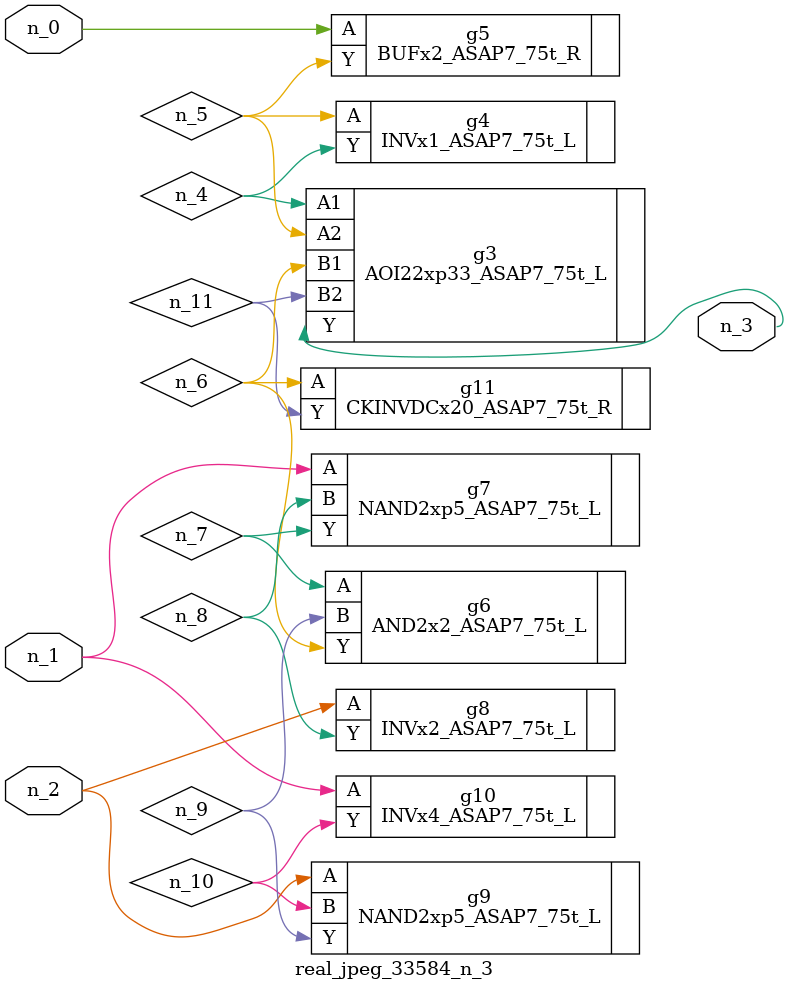
<source format=v>
module real_jpeg_33584_n_3 (n_1, n_0, n_2, n_3);

input n_1;
input n_0;
input n_2;

output n_3;

wire n_5;
wire n_8;
wire n_4;
wire n_11;
wire n_6;
wire n_7;
wire n_10;
wire n_9;

BUFx2_ASAP7_75t_R g5 ( 
.A(n_0),
.Y(n_5)
);

NAND2xp5_ASAP7_75t_L g7 ( 
.A(n_1),
.B(n_8),
.Y(n_7)
);

INVx4_ASAP7_75t_L g10 ( 
.A(n_1),
.Y(n_10)
);

INVx2_ASAP7_75t_L g8 ( 
.A(n_2),
.Y(n_8)
);

NAND2xp5_ASAP7_75t_L g9 ( 
.A(n_2),
.B(n_10),
.Y(n_9)
);

AOI22xp33_ASAP7_75t_L g3 ( 
.A1(n_4),
.A2(n_5),
.B1(n_6),
.B2(n_11),
.Y(n_3)
);

INVx1_ASAP7_75t_L g4 ( 
.A(n_5),
.Y(n_4)
);

CKINVDCx20_ASAP7_75t_R g11 ( 
.A(n_6),
.Y(n_11)
);

AND2x2_ASAP7_75t_L g6 ( 
.A(n_7),
.B(n_9),
.Y(n_6)
);


endmodule
</source>
